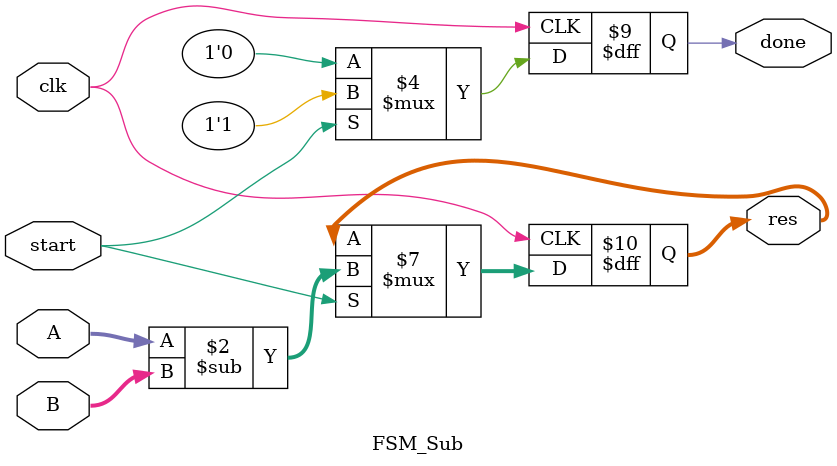
<source format=sv>
module FSM_Sub(
    input clk,
    input start,
    input [7:0] A,
    input [7:0] B,
    output reg done,
    output reg [7:0] res
);
    always @(posedge clk) begin
        if(start) begin 
            res <= A - B; 
            done <= 1'b1; 
        end
        else done <= 1'b0;
    end
endmodule
</source>
